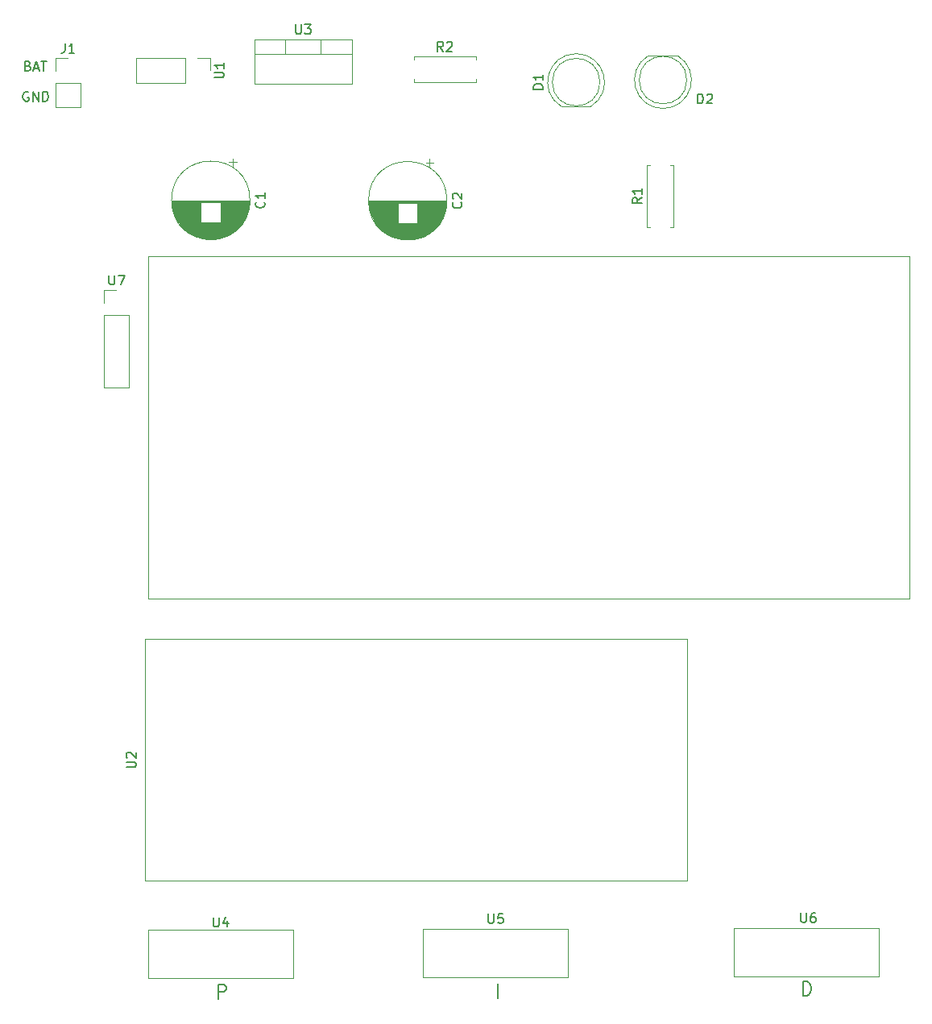
<source format=gbr>
%TF.GenerationSoftware,KiCad,Pcbnew,(6.0.1)*%
%TF.CreationDate,2022-11-21T11:05:35+09:00*%
%TF.ProjectId,controller,636f6e74-726f-46c6-9c65-722e6b696361,rev?*%
%TF.SameCoordinates,Original*%
%TF.FileFunction,Legend,Top*%
%TF.FilePolarity,Positive*%
%FSLAX46Y46*%
G04 Gerber Fmt 4.6, Leading zero omitted, Abs format (unit mm)*
G04 Created by KiCad (PCBNEW (6.0.1)) date 2022-11-21 11:05:35*
%MOMM*%
%LPD*%
G01*
G04 APERTURE LIST*
%ADD10C,0.100000*%
%ADD11C,0.200000*%
%ADD12C,0.150000*%
%ADD13C,0.120000*%
G04 APERTURE END LIST*
D10*
X93440000Y-46570000D02*
X173440000Y-46570000D01*
X173440000Y-46570000D02*
X173440000Y-82570000D01*
X173440000Y-82570000D02*
X93440000Y-82570000D01*
X93440000Y-82570000D02*
X93440000Y-46570000D01*
D11*
X100757142Y-124578571D02*
X100757142Y-123078571D01*
X101328571Y-123078571D01*
X101471428Y-123150000D01*
X101542857Y-123221428D01*
X101614285Y-123364285D01*
X101614285Y-123578571D01*
X101542857Y-123721428D01*
X101471428Y-123792857D01*
X101328571Y-123864285D01*
X100757142Y-123864285D01*
D12*
X80808095Y-29310000D02*
X80712857Y-29262380D01*
X80570000Y-29262380D01*
X80427142Y-29310000D01*
X80331904Y-29405238D01*
X80284285Y-29500476D01*
X80236666Y-29690952D01*
X80236666Y-29833809D01*
X80284285Y-30024285D01*
X80331904Y-30119523D01*
X80427142Y-30214761D01*
X80570000Y-30262380D01*
X80665238Y-30262380D01*
X80808095Y-30214761D01*
X80855714Y-30167142D01*
X80855714Y-29833809D01*
X80665238Y-29833809D01*
X81284285Y-30262380D02*
X81284285Y-29262380D01*
X81855714Y-30262380D01*
X81855714Y-29262380D01*
X82331904Y-30262380D02*
X82331904Y-29262380D01*
X82570000Y-29262380D01*
X82712857Y-29310000D01*
X82808095Y-29405238D01*
X82855714Y-29500476D01*
X82903333Y-29690952D01*
X82903333Y-29833809D01*
X82855714Y-30024285D01*
X82808095Y-30119523D01*
X82712857Y-30214761D01*
X82570000Y-30262380D01*
X82331904Y-30262380D01*
D11*
X130120000Y-124508571D02*
X130120000Y-123008571D01*
X162237142Y-124268571D02*
X162237142Y-122768571D01*
X162594285Y-122768571D01*
X162808571Y-122840000D01*
X162951428Y-122982857D01*
X163022857Y-123125714D01*
X163094285Y-123411428D01*
X163094285Y-123625714D01*
X163022857Y-123911428D01*
X162951428Y-124054285D01*
X162808571Y-124197142D01*
X162594285Y-124268571D01*
X162237142Y-124268571D01*
D12*
X80771904Y-26548571D02*
X80914761Y-26596190D01*
X80962380Y-26643809D01*
X81010000Y-26739047D01*
X81010000Y-26881904D01*
X80962380Y-26977142D01*
X80914761Y-27024761D01*
X80819523Y-27072380D01*
X80438571Y-27072380D01*
X80438571Y-26072380D01*
X80771904Y-26072380D01*
X80867142Y-26120000D01*
X80914761Y-26167619D01*
X80962380Y-26262857D01*
X80962380Y-26358095D01*
X80914761Y-26453333D01*
X80867142Y-26500952D01*
X80771904Y-26548571D01*
X80438571Y-26548571D01*
X81390952Y-26786666D02*
X81867142Y-26786666D01*
X81295714Y-27072380D02*
X81629047Y-26072380D01*
X81962380Y-27072380D01*
X82152857Y-26072380D02*
X82724285Y-26072380D01*
X82438571Y-27072380D02*
X82438571Y-26072380D01*
%TO.C,U4*%
X100258095Y-116032380D02*
X100258095Y-116841904D01*
X100305714Y-116937142D01*
X100353333Y-116984761D01*
X100448571Y-117032380D01*
X100639047Y-117032380D01*
X100734285Y-116984761D01*
X100781904Y-116937142D01*
X100829523Y-116841904D01*
X100829523Y-116032380D01*
X101734285Y-116365714D02*
X101734285Y-117032380D01*
X101496190Y-115984761D02*
X101258095Y-116699047D01*
X101877142Y-116699047D01*
%TO.C,D2*%
X151171904Y-30497380D02*
X151171904Y-29497380D01*
X151410000Y-29497380D01*
X151552857Y-29545000D01*
X151648095Y-29640238D01*
X151695714Y-29735476D01*
X151743333Y-29925952D01*
X151743333Y-30068809D01*
X151695714Y-30259285D01*
X151648095Y-30354523D01*
X151552857Y-30449761D01*
X151410000Y-30497380D01*
X151171904Y-30497380D01*
X152124285Y-29592619D02*
X152171904Y-29545000D01*
X152267142Y-29497380D01*
X152505238Y-29497380D01*
X152600476Y-29545000D01*
X152648095Y-29592619D01*
X152695714Y-29687857D01*
X152695714Y-29783095D01*
X152648095Y-29925952D01*
X152076666Y-30497380D01*
X152695714Y-30497380D01*
%TO.C,C2*%
X126287142Y-40894015D02*
X126334761Y-40941634D01*
X126382380Y-41084491D01*
X126382380Y-41179729D01*
X126334761Y-41322587D01*
X126239523Y-41417825D01*
X126144285Y-41465444D01*
X125953809Y-41513063D01*
X125810952Y-41513063D01*
X125620476Y-41465444D01*
X125525238Y-41417825D01*
X125430000Y-41322587D01*
X125382380Y-41179729D01*
X125382380Y-41084491D01*
X125430000Y-40941634D01*
X125477619Y-40894015D01*
X125477619Y-40513063D02*
X125430000Y-40465444D01*
X125382380Y-40370206D01*
X125382380Y-40132110D01*
X125430000Y-40036872D01*
X125477619Y-39989253D01*
X125572857Y-39941634D01*
X125668095Y-39941634D01*
X125810952Y-39989253D01*
X126382380Y-40560682D01*
X126382380Y-39941634D01*
%TO.C,U7*%
X89298095Y-48552380D02*
X89298095Y-49361904D01*
X89345714Y-49457142D01*
X89393333Y-49504761D01*
X89488571Y-49552380D01*
X89679047Y-49552380D01*
X89774285Y-49504761D01*
X89821904Y-49457142D01*
X89869523Y-49361904D01*
X89869523Y-48552380D01*
X90250476Y-48552380D02*
X90917142Y-48552380D01*
X90488571Y-49552380D01*
%TO.C,D1*%
X134872380Y-28998095D02*
X133872380Y-28998095D01*
X133872380Y-28760000D01*
X133920000Y-28617142D01*
X134015238Y-28521904D01*
X134110476Y-28474285D01*
X134300952Y-28426666D01*
X134443809Y-28426666D01*
X134634285Y-28474285D01*
X134729523Y-28521904D01*
X134824761Y-28617142D01*
X134872380Y-28760000D01*
X134872380Y-28998095D01*
X134872380Y-27474285D02*
X134872380Y-28045714D01*
X134872380Y-27760000D02*
X133872380Y-27760000D01*
X134015238Y-27855238D01*
X134110476Y-27950476D01*
X134158095Y-28045714D01*
%TO.C,U1*%
X100362380Y-27791904D02*
X101171904Y-27791904D01*
X101267142Y-27744285D01*
X101314761Y-27696666D01*
X101362380Y-27601428D01*
X101362380Y-27410952D01*
X101314761Y-27315714D01*
X101267142Y-27268095D01*
X101171904Y-27220476D01*
X100362380Y-27220476D01*
X101362380Y-26220476D02*
X101362380Y-26791904D01*
X101362380Y-26506190D02*
X100362380Y-26506190D01*
X100505238Y-26601428D01*
X100600476Y-26696666D01*
X100648095Y-26791904D01*
%TO.C,J1*%
X84646666Y-24177380D02*
X84646666Y-24891666D01*
X84599047Y-25034523D01*
X84503809Y-25129761D01*
X84360952Y-25177380D01*
X84265714Y-25177380D01*
X85646666Y-25177380D02*
X85075238Y-25177380D01*
X85360952Y-25177380D02*
X85360952Y-24177380D01*
X85265714Y-24320238D01*
X85170476Y-24415476D01*
X85075238Y-24463095D01*
%TO.C,U6*%
X162008095Y-115562380D02*
X162008095Y-116371904D01*
X162055714Y-116467142D01*
X162103333Y-116514761D01*
X162198571Y-116562380D01*
X162389047Y-116562380D01*
X162484285Y-116514761D01*
X162531904Y-116467142D01*
X162579523Y-116371904D01*
X162579523Y-115562380D01*
X163484285Y-115562380D02*
X163293809Y-115562380D01*
X163198571Y-115610000D01*
X163150952Y-115657619D01*
X163055714Y-115800476D01*
X163008095Y-115990952D01*
X163008095Y-116371904D01*
X163055714Y-116467142D01*
X163103333Y-116514761D01*
X163198571Y-116562380D01*
X163389047Y-116562380D01*
X163484285Y-116514761D01*
X163531904Y-116467142D01*
X163579523Y-116371904D01*
X163579523Y-116133809D01*
X163531904Y-116038571D01*
X163484285Y-115990952D01*
X163389047Y-115943333D01*
X163198571Y-115943333D01*
X163103333Y-115990952D01*
X163055714Y-116038571D01*
X163008095Y-116133809D01*
%TO.C,C1*%
X105587142Y-40846666D02*
X105634761Y-40894285D01*
X105682380Y-41037142D01*
X105682380Y-41132380D01*
X105634761Y-41275238D01*
X105539523Y-41370476D01*
X105444285Y-41418095D01*
X105253809Y-41465714D01*
X105110952Y-41465714D01*
X104920476Y-41418095D01*
X104825238Y-41370476D01*
X104730000Y-41275238D01*
X104682380Y-41132380D01*
X104682380Y-41037142D01*
X104730000Y-40894285D01*
X104777619Y-40846666D01*
X105682380Y-39894285D02*
X105682380Y-40465714D01*
X105682380Y-40180000D02*
X104682380Y-40180000D01*
X104825238Y-40275238D01*
X104920476Y-40370476D01*
X104968095Y-40465714D01*
%TO.C,R1*%
X145292380Y-40401666D02*
X144816190Y-40735000D01*
X145292380Y-40973095D02*
X144292380Y-40973095D01*
X144292380Y-40592142D01*
X144340000Y-40496904D01*
X144387619Y-40449285D01*
X144482857Y-40401666D01*
X144625714Y-40401666D01*
X144720952Y-40449285D01*
X144768571Y-40496904D01*
X144816190Y-40592142D01*
X144816190Y-40973095D01*
X145292380Y-39449285D02*
X145292380Y-40020714D01*
X145292380Y-39735000D02*
X144292380Y-39735000D01*
X144435238Y-39830238D01*
X144530476Y-39925476D01*
X144578095Y-40020714D01*
%TO.C,R2*%
X124413333Y-25012380D02*
X124080000Y-24536190D01*
X123841904Y-25012380D02*
X123841904Y-24012380D01*
X124222857Y-24012380D01*
X124318095Y-24060000D01*
X124365714Y-24107619D01*
X124413333Y-24202857D01*
X124413333Y-24345714D01*
X124365714Y-24440952D01*
X124318095Y-24488571D01*
X124222857Y-24536190D01*
X123841904Y-24536190D01*
X124794285Y-24107619D02*
X124841904Y-24060000D01*
X124937142Y-24012380D01*
X125175238Y-24012380D01*
X125270476Y-24060000D01*
X125318095Y-24107619D01*
X125365714Y-24202857D01*
X125365714Y-24298095D01*
X125318095Y-24440952D01*
X124746666Y-25012380D01*
X125365714Y-25012380D01*
%TO.C,U2*%
X91112380Y-100261904D02*
X91921904Y-100261904D01*
X92017142Y-100214285D01*
X92064761Y-100166666D01*
X92112380Y-100071428D01*
X92112380Y-99880952D01*
X92064761Y-99785714D01*
X92017142Y-99738095D01*
X91921904Y-99690476D01*
X91112380Y-99690476D01*
X91207619Y-99261904D02*
X91160000Y-99214285D01*
X91112380Y-99119047D01*
X91112380Y-98880952D01*
X91160000Y-98785714D01*
X91207619Y-98738095D01*
X91302857Y-98690476D01*
X91398095Y-98690476D01*
X91540952Y-98738095D01*
X92112380Y-99309523D01*
X92112380Y-98690476D01*
%TO.C,U5*%
X129148095Y-115662380D02*
X129148095Y-116471904D01*
X129195714Y-116567142D01*
X129243333Y-116614761D01*
X129338571Y-116662380D01*
X129529047Y-116662380D01*
X129624285Y-116614761D01*
X129671904Y-116567142D01*
X129719523Y-116471904D01*
X129719523Y-115662380D01*
X130671904Y-115662380D02*
X130195714Y-115662380D01*
X130148095Y-116138571D01*
X130195714Y-116090952D01*
X130290952Y-116043333D01*
X130529047Y-116043333D01*
X130624285Y-116090952D01*
X130671904Y-116138571D01*
X130719523Y-116233809D01*
X130719523Y-116471904D01*
X130671904Y-116567142D01*
X130624285Y-116614761D01*
X130529047Y-116662380D01*
X130290952Y-116662380D01*
X130195714Y-116614761D01*
X130148095Y-116567142D01*
%TO.C,U3*%
X108918095Y-22212380D02*
X108918095Y-23021904D01*
X108965714Y-23117142D01*
X109013333Y-23164761D01*
X109108571Y-23212380D01*
X109299047Y-23212380D01*
X109394285Y-23164761D01*
X109441904Y-23117142D01*
X109489523Y-23021904D01*
X109489523Y-22212380D01*
X109870476Y-22212380D02*
X110489523Y-22212380D01*
X110156190Y-22593333D01*
X110299047Y-22593333D01*
X110394285Y-22640952D01*
X110441904Y-22688571D01*
X110489523Y-22783809D01*
X110489523Y-23021904D01*
X110441904Y-23117142D01*
X110394285Y-23164761D01*
X110299047Y-23212380D01*
X110013333Y-23212380D01*
X109918095Y-23164761D01*
X109870476Y-23117142D01*
D13*
%TO.C,U4*%
X93400000Y-117340000D02*
X108640000Y-117340000D01*
X108640000Y-117340000D02*
X108640000Y-122420000D01*
X108640000Y-122420000D02*
X93400000Y-122420000D01*
X93400000Y-122420000D02*
X93400000Y-117340000D01*
%TO.C,D2*%
X149055000Y-25480000D02*
X145965000Y-25480000D01*
X145965170Y-25480000D02*
G75*
G03*
X147510462Y-31030000I1544830J-2560000D01*
G01*
X147509538Y-31030000D02*
G75*
G03*
X149054830Y-25480000I462J2990000D01*
G01*
X150010000Y-28040000D02*
G75*
G03*
X150010000Y-28040000I-2500000J0D01*
G01*
%TO.C,C2*%
X119640000Y-42328349D02*
X116923000Y-42328349D01*
X124045000Y-43048349D02*
X117315000Y-43048349D01*
X122782000Y-44248349D02*
X118578000Y-44248349D01*
X124760000Y-40807349D02*
X116600000Y-40807349D01*
X119640000Y-41167349D02*
X116623000Y-41167349D01*
X119640000Y-41688349D02*
X116713000Y-41688349D01*
X123770000Y-43408349D02*
X117590000Y-43408349D01*
X123506000Y-43688349D02*
X117854000Y-43688349D01*
X124501000Y-42168349D02*
X121720000Y-42168349D01*
X119640000Y-41768349D02*
X116733000Y-41768349D01*
X124454000Y-42288349D02*
X121720000Y-42288349D01*
X123735000Y-43448349D02*
X117625000Y-43448349D01*
X122026000Y-44608349D02*
X119334000Y-44608349D01*
X119640000Y-42888349D02*
X117211000Y-42888349D01*
X123236000Y-43928349D02*
X118124000Y-43928349D01*
X124286000Y-42648349D02*
X121720000Y-42648349D01*
X124690000Y-41488349D02*
X121720000Y-41488349D01*
X119640000Y-42048349D02*
X116817000Y-42048349D01*
X124420000Y-42368349D02*
X121720000Y-42368349D01*
X119640000Y-41808349D02*
X116744000Y-41808349D01*
X122570000Y-44368349D02*
X118790000Y-44368349D01*
X124637000Y-41728349D02*
X121720000Y-41728349D01*
X122846000Y-44208349D02*
X118514000Y-44208349D01*
X123663000Y-43528349D02*
X117697000Y-43528349D01*
X119640000Y-42488349D02*
X116994000Y-42488349D01*
X124682000Y-41528349D02*
X121720000Y-41528349D01*
X124594000Y-41888349D02*
X121720000Y-41888349D01*
X119640000Y-42728349D02*
X117118000Y-42728349D01*
X124582000Y-41928349D02*
X121720000Y-41928349D01*
X123185000Y-43968349D02*
X118175000Y-43968349D01*
X124173000Y-42848349D02*
X121720000Y-42848349D01*
X119640000Y-41367349D02*
X116650000Y-41367349D01*
X123547000Y-43648349D02*
X117813000Y-43648349D01*
X122967000Y-44128349D02*
X118393000Y-44128349D01*
X119640000Y-41327349D02*
X116643000Y-41327349D01*
X124760000Y-40767349D02*
X116600000Y-40767349D01*
X123960000Y-43168349D02*
X117400000Y-43168349D01*
X119640000Y-42088349D02*
X116830000Y-42088349D01*
X124402000Y-42408349D02*
X121720000Y-42408349D01*
X122908000Y-44168349D02*
X118452000Y-44168349D01*
X124704000Y-41407349D02*
X121720000Y-41407349D01*
X119640000Y-41488349D02*
X116670000Y-41488349D01*
X123395000Y-36717651D02*
X122595000Y-36717651D01*
X121909000Y-44648349D02*
X119451000Y-44648349D01*
X124530000Y-42088349D02*
X121720000Y-42088349D01*
X119640000Y-41848349D02*
X116755000Y-41848349D01*
X124754000Y-40967349D02*
X121720000Y-40967349D01*
X123134000Y-44008349D02*
X118226000Y-44008349D01*
X123377000Y-43808349D02*
X117983000Y-43808349D01*
X123587000Y-43608349D02*
X117773000Y-43608349D01*
X123699000Y-43488349D02*
X117661000Y-43488349D01*
X124557000Y-42008349D02*
X121720000Y-42008349D01*
X123080000Y-44048349D02*
X118280000Y-44048349D01*
X124656000Y-41648349D02*
X121720000Y-41648349D01*
X119640000Y-41247349D02*
X116632000Y-41247349D01*
X122644000Y-44328349D02*
X118716000Y-44328349D01*
X124569000Y-41968349D02*
X121720000Y-41968349D01*
X124722000Y-41287349D02*
X121720000Y-41287349D01*
X119640000Y-41007349D02*
X116609000Y-41007349D01*
X121213000Y-44808349D02*
X120147000Y-44808349D01*
X124384000Y-42448349D02*
X121720000Y-42448349D01*
X124745000Y-41087349D02*
X121720000Y-41087349D01*
X124732000Y-41207349D02*
X121720000Y-41207349D01*
X124759000Y-40847349D02*
X116601000Y-40847349D01*
X122493000Y-44408349D02*
X118867000Y-44408349D01*
X123869000Y-43288349D02*
X117491000Y-43288349D01*
X119640000Y-41648349D02*
X116704000Y-41648349D01*
X124346000Y-42528349D02*
X121720000Y-42528349D01*
X119640000Y-42808349D02*
X117163000Y-42808349D01*
X124149000Y-42888349D02*
X121720000Y-42888349D01*
X121628000Y-44728349D02*
X119732000Y-44728349D01*
X119640000Y-42368349D02*
X116940000Y-42368349D01*
X119640000Y-42568349D02*
X117033000Y-42568349D01*
X124220000Y-42768349D02*
X121720000Y-42768349D01*
X123025000Y-44088349D02*
X118335000Y-44088349D01*
X119640000Y-41207349D02*
X116628000Y-41207349D01*
X124697000Y-41448349D02*
X121720000Y-41448349D01*
X119640000Y-41928349D02*
X116778000Y-41928349D01*
X119640000Y-42968349D02*
X117262000Y-42968349D01*
X124756000Y-40927349D02*
X116604000Y-40927349D01*
X124072000Y-43008349D02*
X121720000Y-43008349D01*
X124098000Y-42968349D02*
X121720000Y-42968349D01*
X124366000Y-42488349D02*
X121720000Y-42488349D01*
X124197000Y-42808349D02*
X121720000Y-42808349D01*
X124647000Y-41688349D02*
X121720000Y-41688349D01*
X124627000Y-41768349D02*
X121720000Y-41768349D01*
X124264000Y-42688349D02*
X121720000Y-42688349D01*
X119640000Y-41968349D02*
X116791000Y-41968349D01*
X119640000Y-41127349D02*
X116619000Y-41127349D01*
X119640000Y-42448349D02*
X116976000Y-42448349D01*
X119640000Y-43008349D02*
X117288000Y-43008349D01*
X123464000Y-43728349D02*
X117896000Y-43728349D01*
X124327000Y-42568349D02*
X121720000Y-42568349D01*
X124242000Y-42728349D02*
X121720000Y-42728349D01*
X119640000Y-42408349D02*
X116958000Y-42408349D01*
X124760000Y-40727349D02*
X116600000Y-40727349D01*
X119640000Y-42528349D02*
X117014000Y-42528349D01*
X119640000Y-41568349D02*
X116686000Y-41568349D01*
X119640000Y-41528349D02*
X116678000Y-41528349D01*
X122325000Y-44488349D02*
X119035000Y-44488349D01*
X119640000Y-42208349D02*
X116875000Y-42208349D01*
X124741000Y-41127349D02*
X121720000Y-41127349D01*
X123625000Y-43568349D02*
X117735000Y-43568349D01*
X123804000Y-43368349D02*
X117556000Y-43368349D01*
X121778000Y-44688349D02*
X119582000Y-44688349D01*
X119640000Y-41407349D02*
X116656000Y-41407349D01*
X119640000Y-42128349D02*
X116845000Y-42128349D01*
X123930000Y-43208349D02*
X117430000Y-43208349D01*
X124728000Y-41247349D02*
X121720000Y-41247349D01*
X124665000Y-41608349D02*
X121720000Y-41608349D01*
X123421000Y-43768349D02*
X117939000Y-43768349D01*
X119640000Y-42248349D02*
X116890000Y-42248349D01*
X119640000Y-41047349D02*
X116612000Y-41047349D01*
X124485000Y-42208349D02*
X121720000Y-42208349D01*
X124515000Y-42128349D02*
X121720000Y-42128349D01*
X124470000Y-42248349D02*
X121720000Y-42248349D01*
X123836000Y-43328349D02*
X117524000Y-43328349D01*
X119640000Y-42288349D02*
X116906000Y-42288349D01*
X119640000Y-42688349D02*
X117096000Y-42688349D01*
X122714000Y-44288349D02*
X118646000Y-44288349D01*
X124018000Y-43088349D02*
X117342000Y-43088349D01*
X124307000Y-42608349D02*
X121720000Y-42608349D01*
X123284000Y-43888349D02*
X118076000Y-43888349D01*
X119640000Y-41728349D02*
X116723000Y-41728349D01*
X124616000Y-41808349D02*
X121720000Y-41808349D01*
X124757000Y-40887349D02*
X116603000Y-40887349D01*
X124124000Y-42928349D02*
X121720000Y-42928349D01*
X123331000Y-43848349D02*
X118029000Y-43848349D01*
X122411000Y-44448349D02*
X118949000Y-44448349D01*
X119640000Y-42168349D02*
X116859000Y-42168349D01*
X124710000Y-41367349D02*
X121720000Y-41367349D01*
X122995000Y-36317651D02*
X122995000Y-37117651D01*
X119640000Y-42648349D02*
X117074000Y-42648349D01*
X121448000Y-44768349D02*
X119912000Y-44768349D01*
X123989000Y-43128349D02*
X117371000Y-43128349D01*
X124543000Y-42048349D02*
X121720000Y-42048349D01*
X124748000Y-41047349D02*
X121720000Y-41047349D01*
X119640000Y-41287349D02*
X116638000Y-41287349D01*
X122133000Y-44568349D02*
X119227000Y-44568349D01*
X122232000Y-44528349D02*
X119128000Y-44528349D01*
X119640000Y-41888349D02*
X116766000Y-41888349D01*
X119640000Y-42008349D02*
X116803000Y-42008349D01*
X119640000Y-42608349D02*
X117053000Y-42608349D01*
X124737000Y-41167349D02*
X121720000Y-41167349D01*
X119640000Y-42848349D02*
X117187000Y-42848349D01*
X119640000Y-41448349D02*
X116663000Y-41448349D01*
X124751000Y-41007349D02*
X121720000Y-41007349D01*
X119640000Y-42928349D02*
X117236000Y-42928349D01*
X124717000Y-41327349D02*
X121720000Y-41327349D01*
X119640000Y-42768349D02*
X117140000Y-42768349D01*
X124437000Y-42328349D02*
X121720000Y-42328349D01*
X119640000Y-41608349D02*
X116695000Y-41608349D01*
X119640000Y-41087349D02*
X116615000Y-41087349D01*
X124605000Y-41848349D02*
X121720000Y-41848349D01*
X123900000Y-43248349D02*
X117460000Y-43248349D01*
X119640000Y-40967349D02*
X116606000Y-40967349D01*
X124674000Y-41568349D02*
X121720000Y-41568349D01*
X124800000Y-40727349D02*
G75*
G03*
X124800000Y-40727349I-4120000J0D01*
G01*
%TO.C,U7*%
X88730000Y-50100000D02*
X90060000Y-50100000D01*
X88730000Y-51430000D02*
X88730000Y-50100000D01*
X88730000Y-52700000D02*
X88730000Y-60380000D01*
X88730000Y-60380000D02*
X91390000Y-60380000D01*
X91390000Y-52700000D02*
X91390000Y-60380000D01*
X88730000Y-52700000D02*
X91390000Y-52700000D01*
%TO.C,D1*%
X136835000Y-30820000D02*
X139925000Y-30820000D01*
X138380462Y-25270000D02*
G75*
G03*
X136835170Y-30820000I-462J-2990000D01*
G01*
X139924830Y-30820000D02*
G75*
G03*
X138379538Y-25270000I-1544830J2560000D01*
G01*
X140880000Y-28260000D02*
G75*
G03*
X140880000Y-28260000I-2500000J0D01*
G01*
%TO.C,U1*%
X97310000Y-28360000D02*
X92170000Y-28360000D01*
X92170000Y-25700000D02*
X92170000Y-28360000D01*
X97310000Y-25700000D02*
X92170000Y-25700000D01*
X97310000Y-25700000D02*
X97310000Y-28360000D01*
X99910000Y-25700000D02*
X99910000Y-27030000D01*
X98580000Y-25700000D02*
X99910000Y-25700000D01*
%TO.C,J1*%
X83650000Y-28325000D02*
X86310000Y-28325000D01*
X86310000Y-28325000D02*
X86310000Y-30925000D01*
X83650000Y-25725000D02*
X84980000Y-25725000D01*
X83650000Y-27055000D02*
X83650000Y-25725000D01*
X83650000Y-30925000D02*
X86310000Y-30925000D01*
X83650000Y-28325000D02*
X83650000Y-30925000D01*
%TO.C,U6*%
X154950000Y-117170000D02*
X170190000Y-117170000D01*
X170190000Y-117170000D02*
X170190000Y-122250000D01*
X170190000Y-122250000D02*
X154950000Y-122250000D01*
X154950000Y-122250000D02*
X154950000Y-117170000D01*
%TO.C,C1*%
X103666000Y-42441000D02*
X101020000Y-42441000D01*
X104051000Y-40960000D02*
X101020000Y-40960000D01*
X98940000Y-41080000D02*
X95919000Y-41080000D01*
X104048000Y-41000000D02*
X101020000Y-41000000D01*
X102380000Y-44001000D02*
X97580000Y-44001000D01*
X98940000Y-41120000D02*
X95923000Y-41120000D01*
X102325000Y-44041000D02*
X97635000Y-44041000D01*
X103497000Y-42761000D02*
X101020000Y-42761000D01*
X102267000Y-44081000D02*
X97693000Y-44081000D01*
X103754000Y-42241000D02*
X101020000Y-42241000D01*
X103607000Y-42561000D02*
X101020000Y-42561000D01*
X103770000Y-42201000D02*
X101020000Y-42201000D01*
X98940000Y-42721000D02*
X96440000Y-42721000D01*
X102208000Y-44121000D02*
X97752000Y-44121000D01*
X102082000Y-44201000D02*
X97878000Y-44201000D01*
X103927000Y-41721000D02*
X101020000Y-41721000D01*
X102999000Y-43441000D02*
X96961000Y-43441000D01*
X98940000Y-42761000D02*
X96463000Y-42761000D01*
X103070000Y-43361000D02*
X96890000Y-43361000D01*
X98940000Y-41761000D02*
X96044000Y-41761000D01*
X102014000Y-44241000D02*
X97946000Y-44241000D01*
X103169000Y-43241000D02*
X96791000Y-43241000D01*
X103136000Y-43281000D02*
X96824000Y-43281000D01*
X98940000Y-42641000D02*
X96396000Y-42641000D01*
X103035000Y-43401000D02*
X96925000Y-43401000D01*
X104060000Y-40680000D02*
X95900000Y-40680000D01*
X104054000Y-40920000D02*
X101020000Y-40920000D01*
X104032000Y-41160000D02*
X101020000Y-41160000D01*
X100748000Y-44721000D02*
X99212000Y-44721000D01*
X104017000Y-41280000D02*
X101020000Y-41280000D01*
X98940000Y-41280000D02*
X95943000Y-41280000D01*
X104056000Y-40880000D02*
X95904000Y-40880000D01*
X100513000Y-44761000D02*
X99447000Y-44761000D01*
X103982000Y-41481000D02*
X101020000Y-41481000D01*
X101433000Y-44521000D02*
X98527000Y-44521000D01*
X103785000Y-42161000D02*
X101020000Y-42161000D01*
X103449000Y-42841000D02*
X101020000Y-42841000D01*
X104060000Y-40760000D02*
X95900000Y-40760000D01*
X98940000Y-41881000D02*
X96078000Y-41881000D01*
X98940000Y-42081000D02*
X96145000Y-42081000D01*
X102695000Y-36670302D02*
X101895000Y-36670302D01*
X103104000Y-43321000D02*
X96856000Y-43321000D01*
X103372000Y-42961000D02*
X101020000Y-42961000D01*
X103473000Y-42801000D02*
X101020000Y-42801000D01*
X98940000Y-41521000D02*
X95986000Y-41521000D01*
X103843000Y-42001000D02*
X101020000Y-42001000D01*
X103200000Y-43201000D02*
X96760000Y-43201000D01*
X104022000Y-41240000D02*
X101020000Y-41240000D01*
X103720000Y-42321000D02*
X101020000Y-42321000D01*
X101870000Y-44321000D02*
X98090000Y-44321000D01*
X103564000Y-42641000D02*
X101020000Y-42641000D01*
X104037000Y-41120000D02*
X101020000Y-41120000D01*
X104060000Y-40720000D02*
X95900000Y-40720000D01*
X102677000Y-43761000D02*
X97283000Y-43761000D01*
X103869000Y-41921000D02*
X101020000Y-41921000D01*
X98940000Y-42041000D02*
X96130000Y-42041000D01*
X102584000Y-43841000D02*
X97376000Y-43841000D01*
X98940000Y-42121000D02*
X96159000Y-42121000D01*
X104041000Y-41080000D02*
X101020000Y-41080000D01*
X103289000Y-43081000D02*
X96671000Y-43081000D01*
X102536000Y-43881000D02*
X97424000Y-43881000D01*
X98940000Y-42001000D02*
X96117000Y-42001000D01*
X98940000Y-41601000D02*
X96004000Y-41601000D01*
X102963000Y-43481000D02*
X96997000Y-43481000D01*
X103737000Y-42281000D02*
X101020000Y-42281000D01*
X103857000Y-41961000D02*
X101020000Y-41961000D01*
X98940000Y-41961000D02*
X96103000Y-41961000D01*
X98940000Y-41160000D02*
X95928000Y-41160000D01*
X103894000Y-41841000D02*
X101020000Y-41841000D01*
X102295000Y-36270302D02*
X102295000Y-37070302D01*
X103646000Y-42481000D02*
X101020000Y-42481000D01*
X102887000Y-43561000D02*
X97073000Y-43561000D01*
X100928000Y-44681000D02*
X99032000Y-44681000D01*
X102631000Y-43801000D02*
X97329000Y-43801000D01*
X103702000Y-42361000D02*
X101020000Y-42361000D01*
X98940000Y-41360000D02*
X95956000Y-41360000D01*
X101209000Y-44601000D02*
X98751000Y-44601000D01*
X98940000Y-42321000D02*
X96240000Y-42321000D01*
X103882000Y-41881000D02*
X101020000Y-41881000D01*
X98940000Y-42561000D02*
X96353000Y-42561000D01*
X104004000Y-41360000D02*
X101020000Y-41360000D01*
X98940000Y-40920000D02*
X95906000Y-40920000D01*
X98940000Y-41000000D02*
X95912000Y-41000000D01*
X103937000Y-41681000D02*
X101020000Y-41681000D01*
X98940000Y-41320000D02*
X95950000Y-41320000D01*
X101078000Y-44641000D02*
X98882000Y-44641000D01*
X103627000Y-42521000D02*
X101020000Y-42521000D01*
X103520000Y-42721000D02*
X101020000Y-42721000D01*
X103956000Y-41601000D02*
X101020000Y-41601000D01*
X98940000Y-42161000D02*
X96175000Y-42161000D01*
X98940000Y-41641000D02*
X96013000Y-41641000D01*
X103260000Y-43121000D02*
X96700000Y-43121000D01*
X103542000Y-42681000D02*
X101020000Y-42681000D01*
X98940000Y-41801000D02*
X96055000Y-41801000D01*
X98940000Y-41200000D02*
X95932000Y-41200000D01*
X101944000Y-44281000D02*
X98016000Y-44281000D01*
X101711000Y-44401000D02*
X98249000Y-44401000D01*
X98940000Y-42841000D02*
X96511000Y-42841000D01*
X98940000Y-42241000D02*
X96206000Y-42241000D01*
X102847000Y-43601000D02*
X97113000Y-43601000D01*
X98940000Y-42401000D02*
X96276000Y-42401000D01*
X102434000Y-43961000D02*
X97526000Y-43961000D01*
X104028000Y-41200000D02*
X101020000Y-41200000D01*
X103345000Y-43001000D02*
X96615000Y-43001000D01*
X98940000Y-42801000D02*
X96487000Y-42801000D01*
X103684000Y-42401000D02*
X101020000Y-42401000D01*
X98940000Y-41441000D02*
X95970000Y-41441000D01*
X98940000Y-42961000D02*
X96588000Y-42961000D01*
X98940000Y-42481000D02*
X96314000Y-42481000D01*
X102925000Y-43521000D02*
X97035000Y-43521000D01*
X98940000Y-41921000D02*
X96091000Y-41921000D01*
X103801000Y-42121000D02*
X101020000Y-42121000D01*
X98940000Y-42681000D02*
X96418000Y-42681000D01*
X98940000Y-41481000D02*
X95978000Y-41481000D01*
X102146000Y-44161000D02*
X97814000Y-44161000D01*
X103997000Y-41401000D02*
X101020000Y-41401000D01*
X102721000Y-43721000D02*
X97239000Y-43721000D01*
X101793000Y-44361000D02*
X98167000Y-44361000D01*
X104057000Y-40840000D02*
X95903000Y-40840000D01*
X98940000Y-41721000D02*
X96033000Y-41721000D01*
X98940000Y-42441000D02*
X96294000Y-42441000D01*
X101532000Y-44481000D02*
X98428000Y-44481000D01*
X98940000Y-41681000D02*
X96023000Y-41681000D01*
X98940000Y-42601000D02*
X96374000Y-42601000D01*
X103830000Y-42041000D02*
X101020000Y-42041000D01*
X103905000Y-41801000D02*
X101020000Y-41801000D01*
X103318000Y-43041000D02*
X96642000Y-43041000D01*
X98940000Y-42521000D02*
X96333000Y-42521000D01*
X98940000Y-41841000D02*
X96066000Y-41841000D01*
X98940000Y-42201000D02*
X96190000Y-42201000D01*
X98940000Y-41240000D02*
X95938000Y-41240000D01*
X103916000Y-41761000D02*
X101020000Y-41761000D01*
X102485000Y-43921000D02*
X97475000Y-43921000D01*
X102764000Y-43681000D02*
X97196000Y-43681000D01*
X98940000Y-42881000D02*
X96536000Y-42881000D01*
X104045000Y-41040000D02*
X101020000Y-41040000D01*
X98940000Y-42281000D02*
X96223000Y-42281000D01*
X103815000Y-42081000D02*
X101020000Y-42081000D01*
X104059000Y-40800000D02*
X95901000Y-40800000D01*
X98940000Y-40960000D02*
X95909000Y-40960000D01*
X98940000Y-42361000D02*
X96258000Y-42361000D01*
X103424000Y-42881000D02*
X101020000Y-42881000D01*
X101625000Y-44441000D02*
X98335000Y-44441000D01*
X104010000Y-41320000D02*
X101020000Y-41320000D01*
X103398000Y-42921000D02*
X101020000Y-42921000D01*
X98940000Y-41401000D02*
X95963000Y-41401000D01*
X103965000Y-41561000D02*
X101020000Y-41561000D01*
X98940000Y-41561000D02*
X95995000Y-41561000D01*
X103990000Y-41441000D02*
X101020000Y-41441000D01*
X103230000Y-43161000D02*
X96730000Y-43161000D01*
X102806000Y-43641000D02*
X97154000Y-43641000D01*
X98940000Y-41040000D02*
X95915000Y-41040000D01*
X101326000Y-44561000D02*
X98634000Y-44561000D01*
X103586000Y-42601000D02*
X101020000Y-42601000D01*
X98940000Y-42921000D02*
X96562000Y-42921000D01*
X103974000Y-41521000D02*
X101020000Y-41521000D01*
X103947000Y-41641000D02*
X101020000Y-41641000D01*
X104100000Y-40680000D02*
G75*
G03*
X104100000Y-40680000I-4120000J0D01*
G01*
%TO.C,R1*%
X146170000Y-43505000D02*
X145840000Y-43505000D01*
X148580000Y-36965000D02*
X148250000Y-36965000D01*
X145840000Y-36965000D02*
X146170000Y-36965000D01*
X145840000Y-43505000D02*
X145840000Y-36965000D01*
X148580000Y-43505000D02*
X148580000Y-36965000D01*
X148250000Y-43505000D02*
X148580000Y-43505000D01*
%TO.C,R2*%
X127850000Y-28300000D02*
X127850000Y-27970000D01*
X121310000Y-25890000D02*
X121310000Y-25560000D01*
X121310000Y-28300000D02*
X127850000Y-28300000D01*
X121310000Y-27970000D02*
X121310000Y-28300000D01*
X127850000Y-25560000D02*
X127850000Y-25890000D01*
X121310000Y-25560000D02*
X127850000Y-25560000D01*
%TO.C,U2*%
X93080000Y-112200000D02*
X150080000Y-112200000D01*
X150080000Y-112200000D02*
X150080000Y-86800000D01*
X150080000Y-86800000D02*
X93080000Y-86800000D01*
X93080000Y-86800000D02*
X93080000Y-112200000D01*
%TO.C,U5*%
X122290000Y-117270000D02*
X137530000Y-117270000D01*
X137530000Y-117270000D02*
X137530000Y-122350000D01*
X137530000Y-122350000D02*
X122290000Y-122350000D01*
X122290000Y-122350000D02*
X122290000Y-117270000D01*
%TO.C,U3*%
X107830000Y-23760000D02*
X107830000Y-25270000D01*
X111531000Y-23760000D02*
X111531000Y-25270000D01*
X114800000Y-23760000D02*
X114800000Y-28401000D01*
X104560000Y-28401000D02*
X114800000Y-28401000D01*
X104560000Y-23760000D02*
X114800000Y-23760000D01*
X104560000Y-25270000D02*
X114800000Y-25270000D01*
X104560000Y-23760000D02*
X104560000Y-28401000D01*
%TD*%
M02*

</source>
